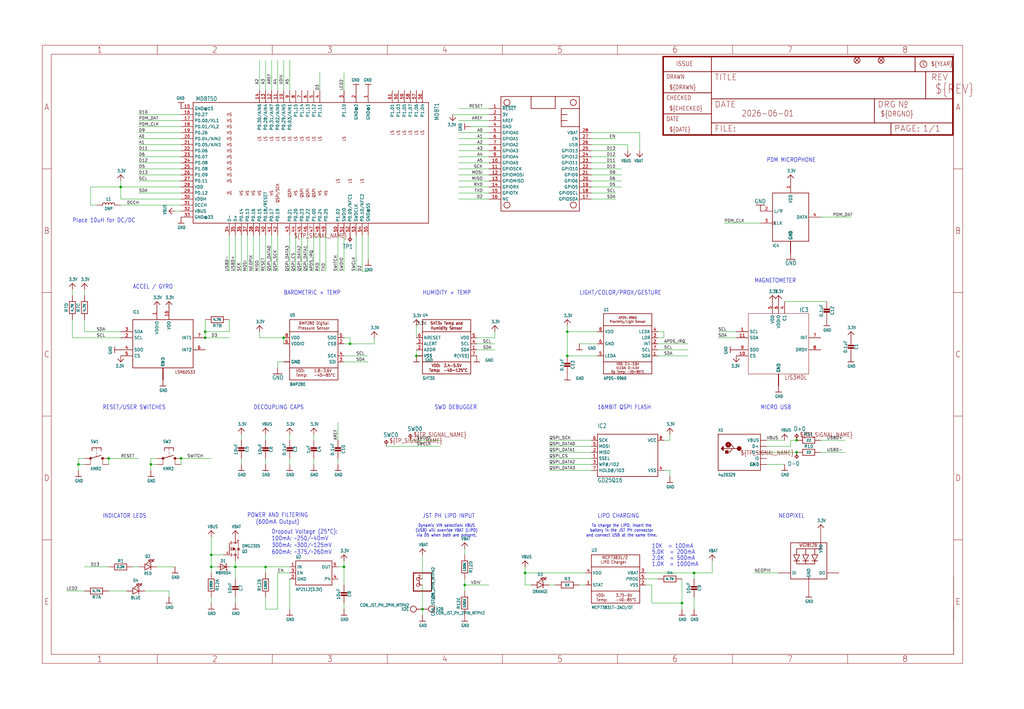
<source format=kicad_sch>
(kicad_sch (version 20230121) (generator eeschema)
  (paper "User" 430.962 298.602)
  (junction (at 144.78 238.76))
  (junction (at 88.9 238.76))
  (junction (at 177.8 256.54))
  (junction (at 195.58 246.38))
  (junction (at 50.8 78.74))
  (junction (at 76.2 193.04))
  (junction (at 86.36 142.24))
  (junction (at 238.76 149.86))
  (junction (at 220.98 241.3))
  (junction (at 292.1 241.3))
  (junction (at 45.72 193.04))
  (junction (at 99.06 238.76))
  (junction (at 287.02 254))
  (junction (at 335.28 185.42))
  (junction (at 63.5 195.58))
  (junction (at 335.28 190.5))
  (junction (at 33.02 195.58))
  (junction (at 147.32 144.78))
  (junction (at 86.36 139.7))
  (junction (at 111.76 238.76))
  (junction (at 238.76 139.7))
  (junction (at 175.26 149.86))
  (junction (at 88.9 233.68))
  (junction (at 119.38 142.24))
  (wire (pts (xy 205.74 48.26) (xy 190.5 48.26)) (stroke (width 0.1524)))
  (wire (pts (xy 195.58 243.84) (xy 195.58 246.38)) (stroke (width 0.1524)))
  (wire (pts (xy 106.68 99.06) (xy 106.68 114.3)) (stroke (width 0.1524)))
  (wire (pts (xy 248.92 187.96) (xy 231.14 187.96)) (stroke (width 0.1524)))
  (wire (pts (xy 327.66 241.3) (xy 317.5 241.3)) (stroke (width 0.1524)))
  (wire (pts (xy 271.78 246.38) (xy 274.32 246.38)) (stroke (width 0.1524)))
  (wire (pts (xy 76.2 58.42) (xy 58.42 58.42)) (stroke (width 0.1524)))
  (wire (pts (xy 121.92 238.76) (xy 111.76 238.76)) (stroke (width 0.1524)))
  (wire (pts (xy 144.78 144.78) (xy 147.32 144.78)) (stroke (width 0.1524)))
  (wire (pts (xy 142.24 99.06) (xy 142.24 114.3)) (stroke (width 0.1524)))
  (wire (pts (xy 76.2 88.9) (xy 73.66 88.9)) (stroke (width 0.1524)))
  (wire (pts (xy 147.32 142.24) (xy 147.32 144.78)) (stroke (width 0.1524)))
  (wire (pts (xy 287.02 254) (xy 287.02 256.54)) (stroke (width 0.1524)))
  (wire (pts (xy 276.86 144.78) (xy 289.56 144.78)) (stroke (width 0.1524)))
  (wire (pts (xy 345.44 91.44) (xy 358.14 91.44)) (stroke (width 0.1524)))
  (wire (pts (xy 58.42 71.12) (xy 76.2 71.12)) (stroke (width 0.1524)))
  (wire (pts (xy 332.74 185.42) (xy 335.28 185.42)) (stroke (width 0.1524)))
  (wire (pts (xy 35.56 134.62) (xy 35.56 139.7)) (stroke (width 0.1524)))
  (wire (pts (xy 144.78 254) (xy 144.78 256.54)) (stroke (width 0.1524)))
  (wire (pts (xy 76.2 66.04) (xy 58.42 66.04)) (stroke (width 0.1524)))
  (wire (pts (xy 121.92 243.84) (xy 121.92 256.54)) (stroke (width 0.1524)))
  (wire (pts (xy 76.2 83.82) (xy 50.8 83.82)) (stroke (width 0.1524)))
  (wire (pts (xy 35.56 195.58) (xy 33.02 195.58)) (stroke (width 0.1524)))
  (wire (pts (xy 50.8 139.7) (xy 35.56 139.7)) (stroke (width 0.1524)))
  (wire (pts (xy 58.42 76.2) (xy 76.2 76.2)) (stroke (width 0.1524)))
  (wire (pts (xy 111.76 185.42) (xy 111.76 182.88)) (stroke (width 0.1524)))
  (wire (pts (xy 220.98 246.38) (xy 220.98 241.3)) (stroke (width 0.1524)))
  (wire (pts (xy 355.6 185.42) (xy 345.44 185.42)) (stroke (width 0.1524)))
  (wire (pts (xy 231.14 190.5) (xy 248.92 190.5)) (stroke (width 0.1524)))
  (wire (pts (xy 175.26 147.32) (xy 175.26 149.86)) (stroke (width 0.1524)))
  (wire (pts (xy 76.2 73.66) (xy 58.42 73.66)) (stroke (width 0.1524)))
  (wire (pts (xy 91.44 238.76) (xy 88.9 238.76)) (stroke (width 0.1524)))
  (wire (pts (xy 144.78 142.24) (xy 147.32 142.24)) (stroke (width 0.1524)))
  (wire (pts (xy 144.78 99.06) (xy 144.78 114.3)) (stroke (width 0.1524)))
  (wire (pts (xy 205.74 63.5) (xy 193.04 63.5)) (stroke (width 0.1524)))
  (wire (pts (xy 152.4 99.06) (xy 152.4 114.3)) (stroke (width 0.1524)))
  (wire (pts (xy 205.74 58.42) (xy 193.04 58.42)) (stroke (width 0.1524)))
  (wire (pts (xy 220.98 238.76) (xy 220.98 241.3)) (stroke (width 0.1524)))
  (wire (pts (xy 200.66 142.24) (xy 208.28 142.24)) (stroke (width 0.1524)))
  (wire (pts (xy 259.08 66.04) (xy 248.92 66.04)) (stroke (width 0.1524)))
  (wire (pts (xy 111.76 193.04) (xy 111.76 195.58)) (stroke (width 0.1524)))
  (wire (pts (xy 114.3 114.3) (xy 114.3 99.06)) (stroke (width 0.1524)))
  (wire (pts (xy 248.92 60.96) (xy 264.16 60.96)) (stroke (width 0.1524)))
  (wire (pts (xy 292.1 241.3) (xy 271.78 241.3)) (stroke (width 0.1524)))
  (wire (pts (xy 35.56 193.04) (xy 33.02 193.04)) (stroke (width 0.1524)))
  (wire (pts (xy 76.2 86.36) (xy 50.8 86.36)) (stroke (width 0.1524)))
  (wire (pts (xy 96.52 134.62) (xy 96.52 139.7)) (stroke (width 0.1524)))
  (wire (pts (xy 116.84 114.3) (xy 116.84 99.06)) (stroke (width 0.1524)))
  (wire (pts (xy 147.32 144.78) (xy 157.48 144.78)) (stroke (width 0.1524)))
  (wire (pts (xy 198.12 53.34) (xy 205.74 53.34)) (stroke (width 0.1524)))
  (wire (pts (xy 58.42 238.76) (xy 55.88 238.76)) (stroke (width 0.1524)))
  (wire (pts (xy 119.38 152.4) (xy 116.84 152.4)) (stroke (width 0.1524)))
  (wire (pts (xy 248.92 55.88) (xy 269.24 55.88)) (stroke (width 0.1524)))
  (wire (pts (xy 279.4 185.42) (xy 281.94 185.42)) (stroke (width 0.1524)))
  (wire (pts (xy 71.12 248.92) (xy 71.12 251.46)) (stroke (width 0.1524)))
  (wire (pts (xy 177.8 259.08) (xy 177.8 256.54)) (stroke (width 0.1524)))
  (wire (pts (xy 101.6 99.06) (xy 101.6 114.3)) (stroke (width 0.1524)))
  (wire (pts (xy 287.02 243.84) (xy 287.02 254)) (stroke (width 0.1524)))
  (wire (pts (xy 99.06 238.76) (xy 111.76 238.76)) (stroke (width 0.1524)))
  (wire (pts (xy 142.24 195.58) (xy 142.24 193.04)) (stroke (width 0.1524)))
  (wire (pts (xy 101.6 185.42) (xy 101.6 182.88)) (stroke (width 0.1524)))
  (wire (pts (xy 157.48 144.78) (xy 157.48 142.24)) (stroke (width 0.1524)))
  (wire (pts (xy 223.52 246.38) (xy 220.98 246.38)) (stroke (width 0.1524)))
  (wire (pts (xy 144.78 38.1) (xy 144.78 30.48)) (stroke (width 0.1524)))
  (wire (pts (xy 88.9 241.3) (xy 88.9 238.76)) (stroke (width 0.1524)))
  (wire (pts (xy 259.08 63.5) (xy 248.92 63.5)) (stroke (width 0.1524)))
  (wire (pts (xy 195.58 246.38) (xy 205.74 246.38)) (stroke (width 0.1524)))
  (wire (pts (xy 142.24 238.76) (xy 144.78 238.76)) (stroke (width 0.1524)))
  (wire (pts (xy 114.3 38.1) (xy 114.3 25.4)) (stroke (width 0.1524)))
  (wire (pts (xy 38.1 86.36) (xy 38.1 78.74)) (stroke (width 0.1524)))
  (wire (pts (xy 132.08 193.04) (xy 132.08 195.58)) (stroke (width 0.1524)))
  (wire (pts (xy 116.84 256.54) (xy 111.76 256.54)) (stroke (width 0.1524)))
  (wire (pts (xy 119.38 144.78) (xy 119.38 142.24)) (stroke (width 0.1524)))
  (wire (pts (xy 30.48 134.62) (xy 30.48 142.24)) (stroke (width 0.1524)))
  (wire (pts (xy 274.32 254) (xy 287.02 254)) (stroke (width 0.1524)))
  (wire (pts (xy 231.14 195.58) (xy 248.92 195.58)) (stroke (width 0.1524)))
  (wire (pts (xy 119.38 142.24) (xy 109.22 142.24)) (stroke (width 0.1524)))
  (wire (pts (xy 205.74 66.04) (xy 193.04 66.04)) (stroke (width 0.1524)))
  (wire (pts (xy 96.52 139.7) (xy 86.36 139.7)) (stroke (width 0.1524)))
  (wire (pts (xy 76.2 193.04) (xy 88.9 193.04)) (stroke (width 0.1524)))
  (wire (pts (xy 111.76 38.1) (xy 111.76 25.4)) (stroke (width 0.1524)))
  (wire (pts (xy 248.92 81.28) (xy 259.08 81.28)) (stroke (width 0.1524)))
  (wire (pts (xy 320.04 93.98) (xy 304.8 93.98)) (stroke (width 0.1524)))
  (wire (pts (xy 129.54 99.06) (xy 129.54 114.3)) (stroke (width 0.1524)))
  (wire (pts (xy 121.92 114.3) (xy 121.92 99.06)) (stroke (width 0.1524)))
  (wire (pts (xy 99.06 236.22) (xy 99.06 238.76)) (stroke (width 0.1524)))
  (wire (pts (xy 76.2 78.74) (xy 50.8 78.74)) (stroke (width 0.1524)))
  (wire (pts (xy 238.76 139.7) (xy 238.76 137.16)) (stroke (width 0.1524)))
  (wire (pts (xy 76.2 193.04) (xy 76.2 195.58)) (stroke (width 0.1524)))
  (wire (pts (xy 53.34 248.92) (xy 45.72 248.92)) (stroke (width 0.1524)))
  (wire (pts (xy 322.58 190.5) (xy 335.28 190.5)) (stroke (width 0.1524)))
  (wire (pts (xy 50.8 78.74) (xy 50.8 76.2)) (stroke (width 0.1524)))
  (wire (pts (xy 86.36 142.24) (xy 96.52 142.24)) (stroke (width 0.1524)))
  (wire (pts (xy 248.92 58.42) (xy 259.08 58.42)) (stroke (width 0.1524)))
  (wire (pts (xy 261.62 76.2) (xy 248.92 76.2)) (stroke (width 0.1524)))
  (wire (pts (xy 35.56 248.92) (xy 27.94 248.92)) (stroke (width 0.1524)))
  (wire (pts (xy 205.74 83.82) (xy 193.04 83.82)) (stroke (width 0.1524)))
  (wire (pts (xy 58.42 60.96) (xy 76.2 60.96)) (stroke (width 0.1524)))
  (wire (pts (xy 162.56 187.96) (xy 185.42 187.96)) (stroke (width 0.1524)))
  (wire (pts (xy 33.02 193.04) (xy 33.02 195.58)) (stroke (width 0.1524)))
  (wire (pts (xy 121.92 241.3) (xy 116.84 241.3)) (stroke (width 0.1524)))
  (wire (pts (xy 281.94 198.12) (xy 281.94 200.66)) (stroke (width 0.1524)))
  (wire (pts (xy 45.72 238.76) (xy 35.56 238.76)) (stroke (width 0.1524)))
  (wire (pts (xy 205.74 81.28) (xy 193.04 81.28)) (stroke (width 0.1524)))
  (wire (pts (xy 238.76 149.86) (xy 238.76 139.7)) (stroke (width 0.1524)))
  (wire (pts (xy 33.02 195.58) (xy 33.02 198.12)) (stroke (width 0.1524)))
  (wire (pts (xy 38.1 78.74) (xy 50.8 78.74)) (stroke (width 0.1524)))
  (wire (pts (xy 195.58 246.38) (xy 195.58 248.92)) (stroke (width 0.1524)))
  (wire (pts (xy 124.46 114.3) (xy 124.46 99.06)) (stroke (width 0.1524)))
  (wire (pts (xy 99.06 251.46) (xy 99.06 254)) (stroke (width 0.1524)))
  (wire (pts (xy 58.42 50.8) (xy 76.2 50.8)) (stroke (width 0.1524)))
  (wire (pts (xy 40.64 86.36) (xy 38.1 86.36)) (stroke (width 0.1524)))
  (wire (pts (xy 109.22 99.06) (xy 109.22 114.3)) (stroke (width 0.1524)))
  (wire (pts (xy 251.46 149.86) (xy 238.76 149.86)) (stroke (width 0.1524)))
  (wire (pts (xy 88.9 233.68) (xy 88.9 226.06)) (stroke (width 0.1524)))
  (wire (pts (xy 121.92 185.42) (xy 121.92 182.88)) (stroke (width 0.1524)))
  (wire (pts (xy 71.12 248.92) (xy 60.96 248.92)) (stroke (width 0.1524)))
  (wire (pts (xy 35.56 124.46) (xy 35.56 121.92)) (stroke (width 0.1524)))
  (wire (pts (xy 248.92 83.82) (xy 259.08 83.82)) (stroke (width 0.1524)))
  (wire (pts (xy 96.52 238.76) (xy 99.06 238.76)) (stroke (width 0.1524)))
  (wire (pts (xy 152.4 114.3) (xy 154.94 114.3)) (stroke (width 0.1524)))
  (wire (pts (xy 111.76 241.3) (xy 111.76 238.76)) (stroke (width 0.1524)))
  (wire (pts (xy 205.74 50.8) (xy 193.04 50.8)) (stroke (width 0.1524)))
  (wire (pts (xy 66.04 193.04) (xy 63.5 193.04)) (stroke (width 0.1524)))
  (wire (pts (xy 231.14 246.38) (xy 233.68 246.38)) (stroke (width 0.1524)))
  (wire (pts (xy 109.22 142.24) (xy 109.22 139.7)) (stroke (width 0.1524)))
  (wire (pts (xy 195.58 231.14) (xy 195.58 233.68)) (stroke (width 0.1524)))
  (wire (pts (xy 154.94 109.22) (xy 154.94 99.06)) (stroke (width 0.1524)))
  (wire (pts (xy 292.1 243.84) (xy 292.1 241.3)) (stroke (width 0.1524)))
  (wire (pts (xy 292.1 241.3) (xy 299.72 241.3)) (stroke (width 0.1524)))
  (wire (pts (xy 309.88 139.7) (xy 302.26 139.7)) (stroke (width 0.1524)))
  (wire (pts (xy 264.16 60.96) (xy 264.16 63.5)) (stroke (width 0.1524)))
  (wire (pts (xy 302.26 142.24) (xy 309.88 142.24)) (stroke (width 0.1524)))
  (wire (pts (xy 30.48 142.24) (xy 50.8 142.24)) (stroke (width 0.1524)))
  (wire (pts (xy 116.84 152.4) (xy 116.84 154.94)) (stroke (width 0.1524)))
  (wire (pts (xy 121.92 193.04) (xy 121.92 195.58)) (stroke (width 0.1524)))
  (wire (pts (xy 281.94 185.42) (xy 281.94 182.88)) (stroke (width 0.1524)))
  (wire (pts (xy 76.2 55.88) (xy 58.42 55.88)) (stroke (width 0.1524)))
  (wire (pts (xy 279.4 198.12) (xy 281.94 198.12)) (stroke (width 0.1524)))
  (wire (pts (xy 63.5 193.04) (xy 63.5 195.58)) (stroke (width 0.1524)))
  (wire (pts (xy 261.62 73.66) (xy 248.92 73.66)) (stroke (width 0.1524)))
  (wire (pts (xy 142.24 185.42) (xy 142.24 177.8)) (stroke (width 0.1524)))
  (wire (pts (xy 175.26 142.24) (xy 175.26 137.16)) (stroke (width 0.1524)))
  (wire (pts (xy 200.66 144.78) (xy 208.28 144.78)) (stroke (width 0.1524)))
  (wire (pts (xy 355.6 190.5) (xy 345.44 190.5)) (stroke (width 0.1524)))
  (wire (pts (xy 45.72 193.04) (xy 45.72 195.58)) (stroke (width 0.1524)))
  (wire (pts (xy 193.04 45.72) (xy 205.74 45.72)) (stroke (width 0.1524)))
  (wire (pts (xy 251.46 144.78) (xy 243.84 144.78)) (stroke (width 0.1524)))
  (wire (pts (xy 259.08 68.58) (xy 248.92 68.58)) (stroke (width 0.1524)))
  (wire (pts (xy 279.4 139.7) (xy 279.4 142.24)) (stroke (width 0.1524)))
  (wire (pts (xy 177.8 233.68) (xy 177.8 243.84)) (stroke (width 0.1524)))
  (wire (pts (xy 30.48 121.92) (xy 30.48 124.46)) (stroke (width 0.1524)))
  (wire (pts (xy 185.42 185.42) (xy 172.72 185.42)) (stroke (width 0.1524)))
  (wire (pts (xy 121.92 38.1) (xy 121.92 25.4)) (stroke (width 0.1524)))
  (wire (pts (xy 205.74 68.58) (xy 193.04 68.58)) (stroke (width 0.1524)))
  (wire (pts (xy 231.14 198.12) (xy 248.92 198.12)) (stroke (width 0.1524)))
  (wire (pts (xy 134.62 99.06) (xy 134.62 114.3)) (stroke (width 0.1524)))
  (wire (pts (xy 289.56 147.32) (xy 276.86 147.32)) (stroke (width 0.1524)))
  (wire (pts (xy 99.06 243.84) (xy 99.06 238.76)) (stroke (width 0.1524)))
  (wire (pts (xy 208.28 142.24) (xy 208.28 139.7)) (stroke (width 0.1524)))
  (wire (pts (xy 292.1 251.46) (xy 292.1 256.54)) (stroke (width 0.1524)))
  (wire (pts (xy 76.2 48.26) (xy 58.42 48.26)) (stroke (width 0.1524)))
  (wire (pts (xy 109.22 38.1) (xy 109.22 25.4)) (stroke (width 0.1524)))
  (wire (pts (xy 116.84 38.1) (xy 116.84 25.4)) (stroke (width 0.1524)))
  (wire (pts (xy 205.74 60.96) (xy 193.04 60.96)) (stroke (width 0.1524)))
  (wire (pts (xy 332.74 187.96) (xy 332.74 185.42)) (stroke (width 0.1524)))
  (wire (pts (xy 66.04 195.58) (xy 63.5 195.58)) (stroke (width 0.1524)))
  (wire (pts (xy 93.98 233.68) (xy 88.9 233.68)) (stroke (width 0.1524)))
  (wire (pts (xy 63.5 195.58) (xy 63.5 198.12)) (stroke (width 0.1524)))
  (wire (pts (xy 220.98 241.3) (xy 246.38 241.3)) (stroke (width 0.1524)))
  (wire (pts (xy 111.76 256.54) (xy 111.76 251.46)) (stroke (width 0.1524)))
  (wire (pts (xy 76.2 81.28) (xy 58.42 81.28)) (stroke (width 0.1524)))
  (wire (pts (xy 144.78 246.38) (xy 144.78 238.76)) (stroke (width 0.1524)))
  (wire (pts (xy 200.66 147.32) (xy 208.28 147.32)) (stroke (width 0.1524)))
  (wire (pts (xy 330.2 127) (xy 347.98 127)) (stroke (width 0.1524)))
  (wire (pts (xy 76.2 53.34) (xy 58.42 53.34)) (stroke (width 0.1524)))
  (wire (pts (xy 119.38 38.1) (xy 119.38 25.4)) (stroke (width 0.1524)))
  (wire (pts (xy 86.36 139.7) (xy 86.36 142.24)) (stroke (width 0.1524)))
  (wire (pts (xy 274.32 246.38) (xy 274.32 254)) (stroke (width 0.1524)))
  (wire (pts (xy 99.06 99.06) (xy 99.06 114.3)) (stroke (width 0.1524)))
  (wire (pts (xy 137.16 99.06) (xy 137.16 114.3)) (stroke (width 0.1524)))
  (wire (pts (xy 299.72 236.22) (xy 299.72 241.3)) (stroke (width 0.1524)))
  (wire (pts (xy 248.92 78.74) (xy 261.62 78.74)) (stroke (width 0.1524)))
  (wire (pts (xy 50.8 83.82) (xy 50.8 78.74)) (stroke (width 0.1524)))
  (wire (pts (xy 149.86 99.06) (xy 149.86 114.3)) (stroke (width 0.1524)))
  (wire (pts (xy 269.24 55.88) (xy 269.24 63.5)) (stroke (width 0.1524)))
  (wire (pts (xy 76.2 63.5) (xy 58.42 63.5)) (stroke (width 0.1524)))
  (wire (pts (xy 144.78 149.86) (xy 154.94 149.86)) (stroke (width 0.1524)))
  (wire (pts (xy 276.86 139.7) (xy 279.4 139.7)) (stroke (width 0.1524)))
  (wire (pts (xy 205.74 71.12) (xy 193.04 71.12)) (stroke (width 0.1524)))
  (wire (pts (xy 205.74 55.88) (xy 193.04 55.88)) (stroke (width 0.1524)))
  (wire (pts (xy 279.4 142.24) (xy 276.86 142.24)) (stroke (width 0.1524)))
  (wire (pts (xy 132.08 185.42) (xy 132.08 182.88)) (stroke (width 0.1524)))
  (wire (pts (xy 251.46 139.7) (xy 238.76 139.7)) (stroke (width 0.1524)))
  (wire (pts (xy 271.78 243.84) (xy 276.86 243.84)) (stroke (width 0.1524)))
  (wire (pts (xy 73.66 238.76) (xy 66.04 238.76)) (stroke (width 0.1524)))
  (wire (pts (xy 322.58 187.96) (xy 332.74 187.96)) (stroke (width 0.1524)))
  (wire (pts (xy 193.04 76.2) (xy 205.74 76.2)) (stroke (width 0.1524)))
  (wire (pts (xy 116.84 241.3) (xy 116.84 256.54)) (stroke (width 0.1524)))
  (wire (pts (xy 76.2 68.58) (xy 58.42 68.58)) (stroke (width 0.1524)))
  (wire (pts (xy 330.2 185.42) (xy 322.58 185.42)) (stroke (width 0.1524)))
  (wire (pts (xy 205.74 78.74) (xy 193.04 78.74)) (stroke (width 0.1524)))
  (wire (pts (xy 134.62 38.1) (xy 134.62 30.48)) (stroke (width 0.1524)))
  (wire (pts (xy 88.9 238.76) (xy 88.9 233.68)) (stroke (width 0.1524)))
  (wire (pts (xy 96.52 114.3) (xy 96.52 99.06)) (stroke (width 0.1524)))
  (wire (pts (xy 177.8 256.54) (xy 177.8 246.38)) (stroke (width 0.1524)))
  (wire (pts (xy 243.84 246.38) (xy 246.38 246.38)) (stroke (width 0.1524)))
  (wire (pts (xy 101.6 193.04) (xy 101.6 195.58)) (stroke (width 0.1524)))
  (wire (pts (xy 132.08 99.06) (xy 132.08 114.3)) (stroke (width 0.1524)))
  (wire (pts (xy 45.72 193.04) (xy 58.42 193.04)) (stroke (width 0.1524)))
  (wire (pts (xy 88.9 254) (xy 88.9 251.46)) (stroke (width 0.1524)))
  (wire (pts (xy 231.14 193.04) (xy 248.92 193.04)) (stroke (width 0.1524)))
  (wire (pts (xy 104.14 99.06) (xy 104.14 114.3)) (stroke (width 0.1524)))
  (wire (pts (xy 127 99.06) (xy 127 114.3)) (stroke (width 0.1524)))
  (wire (pts (xy 111.76 99.06) (xy 111.76 114.3)) (stroke (width 0.1524)))
  (wire (pts (xy 193.04 73.66) (xy 205.74 73.66)) (stroke (width 0.1524)))
  (wire (pts (xy 144.78 238.76) (xy 144.78 236.22)) (stroke (width 0.1524)))
  (wire (pts (xy 289.56 149.86) (xy 276.86 149.86)) (stroke (width 0.1524)))
  (wire (pts (xy 144.78 152.4) (xy 154.94 152.4)) (stroke (width 0.1524)))
  (wire (pts (xy 261.62 71.12) (xy 248.92 71.12)) (stroke (width 0.1524)))
  (wire (pts (xy 86.36 139.7) (xy 86.36 134.62)) (stroke (width 0.1524)))
  (wire (pts (xy 322.58 195.58) (xy 330.2 195.58)) (stroke (width 0.1524)))
  (wire (pts (xy 248.92 185.42) (xy 231.14 185.42)) (stroke (width 0.1524)))
  (text "RESET/USER SWITCHES" (at 43.18 172.72 0) (effects (font (size 1.778 1.5113)) (justify left bottom)))
  (text "HUMIDITY + TEMP" (at 177.8 124.46 0) (effects (font (size 1.778 1.5113)) (justify left bottom)))
  (text "LIGHT/COLOR/PROX/GESTURE" (at 243.84 124.46 0) (effects (font (size 1.778 1.5113)) (justify left bottom)))
  (text "ACCEL / GYRO" (at 55.88 121.92 0) (effects (font (size 1.778 1.5113)) (justify left bottom)))
  (text "2.0K  = 500mA" (at 274.32 236.22 0) (effects (font (size 1.778 1.5113)) (justify left bottom)))
  (text "Place 10uH for DC/DC" (at 30.48 93.98 0) (effects (font (size 1.778 1.5113)) (justify left bottom)))
  (text "1.0K  = 1000mA" (at 274.32 238.76 0) (effects (font (size 1.778 1.5113)) (justify left bottom)))
  (text "To charge the LIPO, insert the\nbattery in the JST PH connector\nand connect USB at the same time." (at 261.62 223.52 0) (effects (font (size 1.27 1.0795))))
  (text "JST PH LIPO INPUT" (at 177.8 218.44 0) (effects (font (size 1.778 1.5113)) (justify left bottom)))
  (text "Dropout Voltage (25°C):\n100mA: ~250/~40mV\n300mA: ~300/~125mV\n600mA: ~375/~260mV" (at 114.3 233.68 0) (effects (font (size 1.778 1.5113)) (justify left bottom)))
  (text "SWD DEBUGGER" (at 182.88 172.72 0) (effects (font (size 1.778 1.5113)) (justify left bottom)))
  (text "DECOUPLING CAPS" (at 106.68 172.72 0) (effects (font (size 1.778 1.5113)) (justify left bottom)))
  (text "LIPO CHARGING" (at 251.46 218.44 0) (effects (font (size 1.778 1.5113)) (justify left bottom)))
  (text "5.0K  = 200mA" (at 274.32 233.68 0) (effects (font (size 1.778 1.5113)) (justify left bottom)))
  (text "INDICATOR LEDS" (at 43.18 218.44 0) (effects (font (size 1.778 1.5113)) (justify left bottom)))
  (text "10K  = 100mA" (at 274.32 231.14 0) (effects (font (size 1.778 1.5113)) (justify left bottom)))
  (text "PDM MICROPHONE" (at 322.58 68.58 0) (effects (font (size 1.778 1.5113)) (justify left bottom)))
  (text "BAROMETRIC + TEMP" (at 119.38 124.46 0) (effects (font (size 1.778 1.5113)) (justify left bottom)))
  (text "MAGNETOMETER" (at 317.5 119.38 0) (effects (font (size 1.778 1.5113)) (justify left bottom)))
  (text "MICRO USB" (at 320.04 172.72 0) (effects (font (size 1.778 1.5113)) (justify left bottom)))
  (text "NEOPIXEL" (at 327.66 218.44 0) (effects (font (size 1.778 1.5113)) (justify left bottom)))
  (text "POWER AND FILTERING\n(600mA Output)" (at 116.84 220.98 0) (effects (font (size 1.778 1.5113)) (justify bottom)))
  (text "Dynamic VIN selection: VBUS\n(USB) will override VBAT (LIPO)\nvia D5 when both are present." (at 187.96 223.52 0) (effects (font (size 1.27 1.0795))))
  (text "16MBIT QSPI FLASH" (at 251.46 172.72 0) (effects (font (size 1.778 1.5113)) (justify left bottom)))
  (label "SDA" (at 302.26 142.24 0) (effects (font (size 1.2446 1.2446))))
  (label "APDS_IRQ" (at 279.4 144.78 0) (effects (font (size 1.2446 1.2446))))
  (label "LED2" (at 27.94 248.92 0) (effects (font (size 1.2446 1.2446))))
  (label "MOSI" (at 203.2 73.66 180) (effects (font (size 1.2446 1.2446))))
  (label "SDA" (at 58.42 81.28 0) (effects (font (size 1.2446 1.2446))))
  (label "SCK" (at 101.6 114.3 90) (effects (font (size 1.2446 1.2446))))
  (label "SCL" (at 279.4 147.32 0) (effects (font (size 1.2446 1.2446))))
  (label "D12" (at 259.08 66.04 180) (effects (font (size 1.2446 1.2446))))
  (label "SCK" (at 203.2 71.12 180) (effects (font (size 1.2446 1.2446))))
  (label "A1" (at 203.2 58.42 180) (effects (font (size 1.2446 1.2446))))
  (label "D13" (at 259.08 63.5 180) (effects (font (size 1.2446 1.2446))))
  (label "SWCLK" (at 175.26 187.96 0) (effects (font (size 1.2446 1.2446))))
  (label "D2" (at 152.4 114.3 90) (effects (font (size 1.2446 1.2446))))
  (label "NEOPIX" (at 317.5 241.3 0) (effects (font (size 1.2446 1.2446))))
  (label "D9" (at 58.42 55.88 0) (effects (font (size 1.2446 1.2446))))
  (label "A0" (at 203.2 55.88 180) (effects (font (size 1.2446 1.2446))))
  (label "USBD-" (at 347.98 190.5 0) (effects (font (size 1.2446 1.2446))))
  (label "PDM_CLK" (at 304.8 93.98 0) (effects (font (size 1.2446 1.2446))))
  (label "A4" (at 203.2 66.04 180) (effects (font (size 1.2446 1.2446))))
  (label "SDA" (at 279.4 149.86 0) (effects (font (size 1.2446 1.2446))))
  (label "D3" (at 134.62 38.1 90) (effects (font (size 1.2446 1.2446))))
  (label "RXD" (at 134.62 114.3 90) (effects (font (size 1.2446 1.2446))))
  (label "SWDIO" (at 175.26 185.42 0) (effects (font (size 1.2446 1.2446))))
  (label "QSPI_SCK" (at 231.14 185.42 0) (effects (font (size 1.2446 1.2446))))
  (label "AREF" (at 203.2 50.8 180) (effects (font (size 1.2446 1.2446))))
  (label "AREF" (at 114.3 35.56 90) (effects (font (size 1.2446 1.2446))))
  (label "SCL" (at 302.26 139.7 0) (effects (font (size 1.2446 1.2446))))
  (label "SDA" (at 149.86 152.4 0) (effects (font (size 1.2446 1.2446))))
  (label "QSPI_CS" (at 124.46 114.3 90) (effects (font (size 1.2446 1.2446))))
  (label "USBD+" (at 99.06 114.3 90) (effects (font (size 1.2446 1.2446))))
  (label "D9" (at 259.08 73.66 180) (effects (font (size 1.2446 1.2446))))
  (label "QSPI_DATA3" (at 121.92 114.3 90) (effects (font (size 1.2446 1.2446))))
  (label "NEOPIX" (at 106.68 114.3 90) (effects (font (size 1.2446 1.2446))))
  (label "RESET" (at 203.2 45.72 180) (effects (font (size 1.2446 1.2446))))
  (label "MOSI" (at 104.14 114.3 90) (effects (font (size 1.2446 1.2446))))
  (label "SDA" (at 203.2 147.32 0) (effects (font (size 1.2446 1.2446))))
  (label "SCL" (at 58.42 76.2 0) (effects (font (size 1.2446 1.2446))))
  (label "A4" (at 116.84 35.56 90) (effects (font (size 1.2446 1.2446))))
  (label "A2" (at 203.2 60.96 180) (effects (font (size 1.2446 1.2446))))
  (label "RESET" (at 50.8 193.04 0) (effects (font (size 1.2446 1.2446))))
  (label "PDM_DAT" (at 58.42 50.8 0) (effects (font (size 1.2446 1.2446))))
  (label "A5" (at 203.2 68.58 180) (effects (font (size 1.2446 1.2446))))
  (label "SCL" (at 203.2 144.78 0) (effects (font (size 1.2446 1.2446))))
  (label "VBUS" (at 322.58 185.42 0) (effects (font (size 1.2446 1.2446))))
  (label "A1" (at 58.42 60.96 0) (effects (font (size 1.2446 1.2446))))
  (label "D3" (at 88.9 142.24 0) (effects (font (size 1.2446 1.2446))))
  (label "D6" (at 58.42 66.04 0) (effects (font (size 1.2446 1.2446))))
  (label "D5" (at 259.08 78.74 180) (effects (font (size 1.2446 1.2446))))
  (label "MISO" (at 109.22 114.3 90) (effects (font (size 1.2446 1.2446))))
  (label "TXD" (at 203.2 81.28 180) (effects (font (size 1.2446 1.2446))))
  (label "SWITCH" (at 142.24 114.3 90) (effects (font (size 1.2446 1.2446))))
  (label "D6" (at 259.08 76.2 180) (effects (font (size 1.2446 1.2446))))
  (label "LED2" (at 144.78 38.1 90) (effects (font (size 1.2446 1.2446))))
  (label "QSPI_DATA0" (at 114.3 114.3 90) (effects (font (size 1.2446 1.2446))))
  (label "EN" (at 116.84 241.3 0) (effects (font (size 1.2446 1.2446))))
  (label "SDA" (at 40.64 139.7 0) (effects (font (size 1.2446 1.2446))))
  (label "A3" (at 203.2 63.5 180) (effects (font (size 1.2446 1.2446))))
  (label "3.3V" (at 175.26 137.16 0) (effects (font (size 1.2446 1.2446))))
  (label "QSPI_DATA2" (at 127 114.3 90) (effects (font (size 1.2446 1.2446))))
  (label "EN" (at 259.08 58.42 180) (effects (font (size 1.2446 1.2446))))
  (label "SWCLK" (at 149.86 114.3 90) (effects (font (size 1.2446 1.2446))))
  (label "VDIV" (at 119.38 35.56 90) (effects (font (size 1.2446 1.2446))))
  (label "USBD+" (at 347.98 185.42 0) (effects (font (size 1.2446 1.2446))))
  (label "SCL" (at 259.08 81.28 180) (effects (font (size 1.2446 1.2446))))
  (label "SWITCH" (at 78.74 193.04 0) (effects (font (size 1.2446 1.2446))))
  (label "A5" (at 121.92 35.56 90) (effects (font (size 1.2446 1.2446))))
  (label "D5" (at 58.42 71.12 0) (effects (font (size 1.2446 1.2446))))
  (label "QSPI_DATA0" (at 231.14 187.96 0) (effects (font (size 1.2446 1.2446))))
  (label "D11" (at 58.42 63.5 0) (effects (font (size 1.2446 1.2446))))
  (label "A2" (at 109.22 35.56 90) (effects (font (size 1.2446 1.2446))))
  (label "D10" (at 259.08 71.12 180) (effects (font (size 1.2446 1.2446))))
  (label "D12" (at 58.42 68.58 0) (effects (font (size 1.2446 1.2446))))
  (label "APDS_IRQ" (at 132.08 114.3 90) (effects (font (size 1.2446 1.2446))))
  (label "QSPI_DATA1" (at 231.14 190.5 0) (effects (font (size 1.2446 1.2446))))
  (label "QSPI_DATA3" (at 231.14 198.12 0) (effects (font (size 1.2446 1.2446))))
  (label "SCL" (at 40.64 142.24 0) (effects (font (size 1.2446 1.2446))))
  (label "DCCH" (at 53.34 86.36 0) (effects (font (size 1.2446 1.2446))))
  (label "QSPI_DATA1" (at 129.54 114.3 90) (effects (font (size 1.2446 1.2446))))
  (label "PDM_DAT" (at 350.52 91.44 0) (effects (font (size 1.2446 1.2446))))
  (label "TXD" (at 137.16 114.3 90) (effects (font (size 1.2446 1.2446))))
  (label "QSPI_DATA2" (at 231.14 195.58 0) (effects (font (size 1.2446 1.2446))))
  (label "USBD-" (at 96.52 114.3 90) (effects (font (size 1.2446 1.2446))))
  (label "PDM_CLK" (at 58.42 53.34 0) (effects (font (size 1.2446 1.2446))))
  (label "D11" (at 259.08 68.58 180) (effects (font (size 1.2446 1.2446))))
  (label "AREF" (at 142.24 185.42 90) (effects (font (size 1.2446 1.2446))))
  (label "A0" (at 58.42 58.42 0) (effects (font (size 1.2446 1.2446))))
  (label "A3" (at 111.76 35.56 90) (effects (font (size 1.2446 1.2446))))
  (label "VDIV" (at 198.12 246.38 0) (effects (font (size 1.2446 1.2446))))
  (label "D13" (at 38.1 238.76 0) (effects (font (size 1.2446 1.2446))))
  (label "SCL" (at 149.86 149.86 0) (effects (font (size 1.2446 1.2446))))
  (label "QSPI_SCK" (at 116.84 114.3 90) (effects (font (size 1.2446 1.2446))))
  (label "D10" (at 58.42 48.26 0) (effects (font (size 1.2446 1.2446))))
  (label "D2" (at 203.2 83.82 180) (effects (font (size 1.2446 1.2446))))
  (label "RESET" (at 111.76 114.3 90) (effects (font (size 1.2446 1.2446))))
  (label "SDA" (at 259.08 83.82 180) (effects (font (size 1.2446 1.2446))))
  (label "QSPI_CS" (at 231.14 193.04 0) (effects (font (size 1.2446 1.2446))))
  (label "D13" (at 58.42 73.66 0) (effects (font (size 1.2446 1.2446))))
  (label "RXD" (at 203.2 78.74 180) (effects (font (size 1.2446 1.2446))))
  (label "SWDIO" (at 144.78 114.3 90) (effects (font (size 1.2446 1.2446))))
  (label "MISO" (at 203.2 76.2 180) (effects (font (size 1.2446 1.2446))))
  (symbol (lib_id "working-eagle-import:FEATHERWING_NODIM") (at 210.82 40.64 270) (unit 1)
    (property "Reference" "MS1" (effects hide))
    (property "Value" "FEATHERWING_NODIM" (effects hide))
    (property "Footprint" "working:FEATHERWING_NODIM" (effects hide))
  )
  (symbol (lib_id "working-eagle-import:3.3V") (at 101.6 180.34 0) (unit 1)
    (property "Reference" "#U$22" (effects hide))
    (property "Value" "3.3V" (at 100.076 179.324 0) (effects (font (size 1.27 1.0795)) (justify left bottom)))
  )
  (symbol (lib_id "working-eagle-import:TPTP10R") (at 335.28 193.04 180) (unit 1)
    (property "Reference" "D-0" (at 336.55 194.31 0) (effects (font (size 1.778 1.5113)) (justify left bottom)))
    (property "Value" "TPTP10R" (effects hide))
    (property "Footprint" "working:TP10R" (effects hide))
  )
  (symbol (lib_id "working-eagle-import:GND") (at 121.92 198.12 0) (unit 1)
    (property "Reference" "#U$34" (effects hide))
    (property "Value" "GND" (at 120.396 200.66 0) (effects (font (size 1.27 1.0795)) (justify left bottom)))
  )
  (symbol (lib_id "working-eagle-import:CAP_CERAMIC0603_NO") (at 347.98 129.54 180) (unit 1)
    (property "Reference" "C12" (at 350.27 130.79 90))
    (property "Value" "0.1uF" (at 345.68 130.79 90))
    (property "Footprint" "working:0603-NO" (effects hide))
  )
  (symbol (lib_id "working-eagle-import:VREG_SOT23-5") (at 132.08 241.3 0) (unit 1)
    (property "Reference" "U2" (at 124.46 235.204 0) (effects (font (size 1.27 1.0795)) (justify left bottom)))
    (property "Value" "AP2112(3.3V)" (at 124.46 248.92 0) (effects (font (size 1.27 1.0795)) (justify left bottom)))
    (property "Footprint" "working:SOT23-5" (effects hide))
  )
  (symbol (lib_id "working-eagle-import:LED0805_NOOUTLINE") (at 63.5 238.76 0) (unit 1)
    (property "Reference" "D2" (at 62.23 234.315 0) (effects (font (size 1.27 1.0795))))
    (property "Value" "RED" (at 62.23 241.554 0) (effects (font (size 1.27 1.0795))))
    (property "Footprint" "working:CHIPLED_0805_NOOUTLINE" (effects hide))
  )
  (symbol (lib_id "working-eagle-import:TPTP10R") (at 335.28 182.88 0) (unit 1)
    (property "Reference" "D+0" (at 334.01 181.61 0) (effects (font (size 1.778 1.5113)) (justify left bottom)))
    (property "Value" "TPTP10R" (effects hide))
    (property "Footprint" "working:TP10R" (effects hide))
  )
  (symbol (lib_id "working-eagle-import:MCP73831/2") (at 259.08 243.84 0) (unit 1)
    (property "Reference" "U3" (at 248.92 232.41 0) (effects (font (size 1.27 1.0795)) (justify left bottom)))
    (property "Value" "MCP73831T-2ACI/OT" (at 248.92 256.54 0) (effects (font (size 1.27 1.0795)) (justify left bottom)))
    (property "Footprint" "working:SOT23-5" (effects hide))
  )
  (symbol (lib_id "working-eagle-import:RESISTOR_0603_NOOUT") (at 340.36 190.5 0) (unit 1)
    (property "Reference" "R10" (at 340.36 187.96 0))
    (property "Value" "22" (at 340.36 190.5 0) (effects (font (size 1.016 1.016) bold)))
    (property "Footprint" "working:0603-NO" (effects hide))
  )
  (symbol (lib_id "working-eagle-import:3.3V") (at 175.26 134.62 0) (unit 1)
    (property "Reference" "#U$17" (effects hide))
    (property "Value" "3.3V" (at 173.736 133.604 0) (effects (font (size 1.27 1.0795)) (justify left bottom)))
  )
  (symbol (lib_id "working-eagle-import:3.3V") (at 144.78 233.68 0) (unit 1)
    (property "Reference" "#U$11" (effects hide))
    (property "Value" "3.3V" (at 143.256 232.664 0) (effects (font (size 1.27 1.0795)) (justify left bottom)))
  )
  (symbol (lib_id "working-eagle-import:RESISTOR_0603_NOOUT") (at 281.94 243.84 0) (unit 1)
    (property "Reference" "R4" (at 281.94 241.3 0))
    (property "Value" "4.7K" (at 281.94 243.84 0) (effects (font (size 1.016 1.016) bold)))
    (property "Footprint" "working:0603-NO" (effects hide))
  )
  (symbol (lib_id "working-eagle-import:GND") (at 132.08 198.12 0) (unit 1)
    (property "Reference" "#U$31" (effects hide))
    (property "Value" "GND" (at 130.556 200.66 0) (effects (font (size 1.27 1.0795)) (justify left bottom)))
  )
  (symbol (lib_id "working-eagle-import:WS2812B3535") (at 340.36 238.76 0) (unit 1)
    (property "Reference" "LED1" (effects hide))
    (property "Value" "WS2812B3535" (effects hide))
    (property "Footprint" "working:LED3535" (effects hide))
  )
  (symbol (lib_id "working-eagle-import:MOSFET-P") (at 99.06 231.14 0) (mirror x) (unit 1)
    (property "Reference" "Q3" (at 101.854 231.521 0) (effects (font (size 1.27 1.0795)) (justify left bottom)))
    (property "Value" "DMG2305" (at 101.854 229.235 0) (effects (font (size 1.27 1.0795)) (justify left bottom)))
    (property "Footprint" "working:SOT23-R" (effects hide))
  )
  (symbol (lib_id "working-eagle-import:LED0805_NOOUTLINE") (at 228.6 246.38 0) (unit 1)
    (property "Reference" "D3" (at 227.33 241.935 0) (effects (font (size 1.27 1.0795))))
    (property "Value" "ORANGE" (at 227.33 249.174 0) (effects (font (size 1.27 1.0795))))
    (property "Footprint" "working:CHIPLED_0805_NOOUTLINE" (effects hide))
  )
  (symbol (lib_id "working-eagle-import:RESISTOR_0603_NOOUT") (at 238.76 246.38 0) (unit 1)
    (property "Reference" "R3" (at 238.76 243.84 0))
    (property "Value" "1K" (at 238.76 246.38 0) (effects (font (size 1.016 1.016) bold)))
    (property "Footprint" "working:0603-NO" (effects hide))
  )
  (symbol (lib_id "working-eagle-import:CAP_CERAMIC0603_NO") (at 358.14 144.78 180) (unit 1)
    (property "Reference" "C1" (at 360.43 146.03 90))
    (property "Value" "0.1uF" (at 355.84 146.03 90))
    (property "Footprint" "working:0603-NO" (effects hide))
  )
  (symbol (lib_id "working-eagle-import:3.3V") (at 345.44 220.98 0) (unit 1)
    (property "Reference" "#U$59" (effects hide))
    (property "Value" "3.3V" (at 343.916 219.964 0) (effects (font (size 1.27 1.0795)) (justify left bottom)))
  )
  (symbol (lib_id "working-eagle-import:CON_JST_PH_2PIN_MTPH2") (at 177.8 256.54 270) (unit 2)
    (property "Reference" "X2" (at 183.388 256.54 90) (effects (font (size 1.27 1.0795)) (justify left)))
    (property "Value" "CON_JST_PH_2PIN_MTPH2" (at 183.388 258.191 90) (effects (font (size 1.27 1.0795)) (justify left)))
    (property "Footprint" "working:JSTPH2" (effects hide))
  )
  (symbol (lib_id "working-eagle-import:VBUS") (at 71.12 88.9 90) (unit 1)
    (property "Reference" "#U$23" (effects hide))
    (property "Value" "VBUS" (at 70.104 90.424 0) (effects (font (size 1.27 1.0795)) (justify left bottom)))
  )
  (symbol (lib_id "working-eagle-import:VBUS") (at 264.16 66.04 180) (unit 1)
    (property "Reference" "#U$40" (effects hide))
    (property "Value" "VBUS" (at 265.684 67.056 0) (effects (font (size 1.27 1.0795)) (justify left bottom)))
  )
  (symbol (lib_id "working-eagle-import:CON_JST_PH_2PIN_MTPH2") (at 175.26 243.84 180) (unit 1)
    (property "Reference" "X2" (at 181.61 249.555 90) (effects (font (size 1.27 1.0795)) (justify left bottom)))
    (property "Value" "CON_JST_PH_2PIN_MTPH2" (at 181.61 238.76 90) (effects (font (size 1.27 1.0795)) (justify left bottom)))
    (property "Footprint" "working:JSTPH2" (effects hide))
  )
  (symbol (lib_id "working-eagle-import:CAP_CERAMIC0603_NO") (at 132.08 187.96 180) (unit 1)
    (property "Reference" "C4" (at 134.37 189.21 90))
    (property "Value" "1uF" (at 129.78 189.21 90))
    (property "Footprint" "working:0603-NO" (effects hide))
  )
  (symbol (lib_id "working-eagle-import:RESISTOR_4PACK") (at 111.76 246.38 90) (unit 2)
    (property "Reference" "R12" (at 109.22 246.38 0))
    (property "Value" "100K" (at 111.76 246.38 0) (effects (font (size 1.016 1.016) bold)))
    (property "Footprint" "working:RESPACK_4X0603" (effects hide))
  )
  (symbol (lib_id "working-eagle-import:GND") (at 195.58 53.34 270) (unit 1)
    (property "Reference" "#U$24" (effects hide))
    (property "Value" "GND" (at 193.04 51.816 0) (effects (font (size 1.27 1.0795)) (justify left bottom)))
  )
  (symbol (lib_id "working-eagle-import:3.3V") (at 157.48 139.7 0) (unit 1)
    (property "Reference" "#U$72" (effects hide))
    (property "Value" "3.3V" (at 155.956 138.684 0) (effects (font (size 1.27 1.0795)) (justify left bottom)))
  )
  (symbol (lib_id "working-eagle-import:GND") (at 287.02 259.08 0) (unit 1)
    (property "Reference" "#U$36" (effects hide))
    (property "Value" "GND" (at 285.496 261.62 0) (effects (font (size 1.27 1.0795)) (justify left bottom)))
  )
  (symbol (lib_id "working-eagle-import:GND") (at 76.2 93.98 0) (unit 1)
    (property "Reference" "#U$48" (effects hide))
    (property "Value" "GND" (at 74.676 96.52 0) (effects (font (size 1.27 1.0795)) (justify left bottom)))
  )
  (symbol (lib_id "working-eagle-import:LIS3MDL") (at 327.66 144.78 0) (unit 1)
    (property "Reference" "IC3" (at 340.36 129.54 0) (effects (font (size 1.778 1.5113)) (justify right top)))
    (property "Value" "LIS3MDL" (effects hide))
    (property "Footprint" "working:LGA12_2X2MM" (effects hide))
  )
  (symbol (lib_id "working-eagle-import:GND") (at 149.86 35.56 180) (unit 1)
    (property "Reference" "#U$51" (effects hide))
    (property "Value" "GND" (at 151.384 33.02 0) (effects (font (size 1.27 1.0795)) (justify left bottom)))
  )
  (symbol (lib_id "working-eagle-import:VBAT") (at 269.24 66.04 180) (unit 1)
    (property "Reference" "#U$26" (effects hide))
    (property "Value" "VBAT" (at 270.764 67.056 0) (effects (font (size 1.27 1.0795)) (justify left bottom)))
  )
  (symbol (lib_id "working-eagle-import:3.3V") (at 238.76 134.62 0) (unit 1)
    (property "Reference" "#U$62" (effects hide))
    (property "Value" "3.3V" (at 237.236 133.604 0) (effects (font (size 1.27 1.0795)) (justify left bottom)))
  )
  (symbol (lib_id "working-eagle-import:3.3V") (at 66.04 127 0) (unit 1)
    (property "Reference" "#U$16" (effects hide))
    (property "Value" "3.3V" (at 64.516 125.984 0) (effects (font (size 1.27 1.0795)) (justify left bottom)))
  )
  (symbol (lib_id "working-eagle-import:RESISTOR_4PACK") (at 91.44 134.62 180) (unit 2)
    (property "Reference" "R7" (at 91.44 137.16 0))
    (property "Value" "4.7K" (at 91.44 134.62 0) (effects (font (size 1.016 1.016) bold)))
    (property "Footprint" "working:RESPACK_4X0603" (effects hide))
  )
  (symbol (lib_id "working-eagle-import:CAP_CERAMIC0805-NOOUTLINE") (at 144.78 248.92 180) (unit 1)
    (property "Reference" "C8" (at 147.07 250.17 90))
    (property "Value" "10uF" (at 142.48 250.17 90))
    (property "Footprint" "working:0805-NO" (effects hide))
  )
  (symbol (lib_id "working-eagle-import:GND") (at 71.12 254 0) (unit 1)
    (property "Reference" "#U$46" (effects hide))
    (property "Value" "GND" (at 69.596 256.54 0) (effects (font (size 1.27 1.0795)) (justify left bottom)))
  )
  (symbol (lib_id "working-eagle-import:GND") (at 144.78 259.08 0) (unit 1)
    (property "Reference" "#U$5" (effects hide))
    (property "Value" "GND" (at 143.256 261.62 0) (effects (font (size 1.27 1.0795)) (justify left bottom)))
  )
  (symbol (lib_id "working-eagle-import:APDS-9960") (at 264.16 144.78 0) (unit 1)
    (property "Reference" "U1" (at 254 131.064 0) (effects (font (size 1.27 1.0795)) (justify left bottom)))
    (property "Value" "APDS-9960" (at 254 160.02 0) (effects (font (size 1.27 1.0795)) (justify left bottom)))
    (property "Footprint" "working:APDS-9960" (effects hide))
  )
  (symbol (lib_id "working-eagle-import:GND") (at 358.14 152.4 0) (unit 1)
    (property "Reference" "#U$73" (effects hide))
    (property "Value" "GND" (at 356.616 154.94 0) (effects (font (size 1.27 1.0795)) (justify left bottom)))
  )
  (symbol (lib_id "working-eagle-import:GND") (at 307.34 147.32 270) (unit 1)
    (property "Reference" "#U$50" (effects hide))
    (property "Value" "GND" (at 304.8 145.796 0) (effects (font (size 1.27 1.0795)) (justify left bottom)))
  )
  (symbol (lib_id "working-eagle-import:GND") (at 238.76 160.02 0) (unit 1)
    (property "Reference" "#U$64" (effects hide))
    (property "Value" "GND" (at 242.316 160.02 0) (effects (font (size 1.27 1.0795)) (justify left bottom)))
  )
  (symbol (lib_id "working-eagle-import:3.3V") (at 109.22 137.16 0) (unit 1)
    (property "Reference" "#U$71" (effects hide))
    (property "Value" "3.3V" (at 107.696 136.144 0) (effects (font (size 1.27 1.0795)) (justify left bottom)))
  )
  (symbol (lib_id "working-eagle-import:GND") (at 63.5 200.66 0) (unit 1)
    (property "Reference" "#U$8" (effects hide))
    (property "Value" "GND" (at 61.976 203.2 0) (effects (font (size 1.27 1.0795)) (justify left bottom)))
  )
  (symbol (lib_id "working-eagle-import:GND") (at 142.24 198.12 0) (unit 1)
    (property "Reference" "#U$9" (effects hide))
    (property "Value" "GND" (at 140.716 200.66 0) (effects (font (size 1.27 1.0795)) (justify left bottom)))
  )
  (symbol (lib_id "working-eagle-import:CAP_CERAMIC0603_NO") (at 142.24 187.96 180) (unit 1)
    (property "Reference" "C10" (at 144.53 189.21 90))
    (property "Value" "0.1uF" (at 139.94 189.21 90))
    (property "Footprint" "working:0603-NO" (effects hide))
  )
  (symbol (lib_id "working-eagle-import:VBAT") (at 299.72 233.68 0) (unit 1)
    (property "Reference" "#U$3" (effects hide))
    (property "Value" "VBAT" (at 298.196 232.664 0) (effects (font (size 1.27 1.0795)) (justify left bottom)))
  )
  (symbol (lib_id "working-eagle-import:SWITCH_TACT_SMT4.6X2.8") (at 71.12 193.04 0) (unit 1)
    (property "Reference" "SW2" (at 68.58 186.69 0) (effects (font (size 1.27 1.0795)) (justify left bottom)))
    (property "Value" "KMR2" (at 68.58 198.12 0) (effects (font (size 1.27 1.0795)) (justify left bottom)))
    (property "Footprint" "working:BTN_KMR2_4.6X2.8" (effects hide))
  )
  (symbol (lib_id "working-eagle-import:GND") (at 281.94 203.2 0) (unit 1)
    (property "Reference" "#U$56" (effects hide))
    (property "Value" "GND" (at 280.416 205.74 0) (effects (font (size 1.27 1.0795)) (justify left bottom)))
  )
  (symbol (lib_id "working-eagle-import:supply1_GND") (at 320.04 86.36 0) (mirror x) (unit 1)
    (property "Reference" "#GND6" (effects hide))
    (property "Value" "GND" (at 317.5 83.82 0) (effects (font (size 1.778 1.5113)) (justify left bottom)))
  )
  (symbol (lib_id "working-eagle-import:GND") (at 88.9 256.54 0) (unit 1)
    (property "Reference" "#U$44" (effects hide))
    (property "Value" "GND" (at 87.376 259.08 0) (effects (font (size 1.27 1.0795)) (justify left bottom)))
  )
  (symbol (lib_id "working-eagle-import:SPIFLASH_8PINUX") (at 264.16 193.04 0) (unit 1)
    (property "Reference" "IC2" (at 251.46 180.34 0) (effects (font (size 1.778 1.5113)) (justify left bottom)))
    (property "Value" "GD25Q16" (at 251.46 203.2 0) (effects (font (size 1.778 1.5113)) (justify left bottom)))
    (property "Footprint" "working:USON8" (effects hide))
  )
  (symbol (lib_id "working-eagle-import:3.3V") (at 325.12 124.46 0) (unit 1)
    (property "Reference" "#U$27" (effects hide))
    (property "Value" "3.3V" (at 323.596 123.444 0) (effects (font (size 1.27 1.0795)) (justify left bottom)))
  )
  (symbol (lib_id "working-eagle-import:GND") (at 195.58 261.62 0) (unit 1)
    (property "Reference" "#U$57" (effects hide))
    (property "Value" "GND" (at 194.056 264.16 0) (effects (font (size 1.27 1.0795)) (justify left bottom)))
  )
  (symbol (lib_id "working-eagle-import:GND") (at 33.02 200.66 0) (unit 1)
    (property "Reference" "#U$2" (effects hide))
    (property "Value" "GND" (at 31.496 203.2 0) (effects (font (size 1.27 1.0795)) (justify left bottom)))
  )
  (symbol (lib_id "working-eagle-import:TPTP12R") (at 162.56 185.42 0) (unit 1)
    (property "Reference" "SWC0" (at 161.29 184.15 0) (effects (font (size 1.778 1.5113)) (justify left bottom)))
    (property "Value" "TPTP12R" (effects hide))
    (property "Footprint" "working:TP12R" (effects hide))
  )
  (symbol (lib_id "working-eagle-import:CAP_CERAMIC0603_NO") (at 238.76 152.4 180) (unit 1)
    (property "Reference" "C13" (at 241.05 153.65 90))
    (property "Value" "0.1uF" (at 236.46 153.65 90))
    (property "Footprint" "working:0603-NO" (effects hide))
  )
  (symbol (lib_id "working-eagle-import:GND") (at 177.8 261.62 0) (unit 1)
    (property "Reference" "#U$7" (effects hide))
    (property "Value" "GND" (at 176.276 264.16 0) (effects (font (size 1.27 1.0795)) (justify left bottom)))
  )
  (symbol (lib_id "working-eagle-import:3.3V") (at 132.08 180.34 0) (unit 1)
    (property "Reference" "#U$35" (effects hide))
    (property "Value" "3.3V" (at 130.556 179.324 0) (effects (font (size 1.27 1.0795)) (justify left bottom)))
  )
  (symbol (lib_id "working-eagle-import:GND") (at 99.06 256.54 0) (unit 1)
    (property "Reference" "#U$4" (effects hide))
    (property "Value" "GND" (at 97.536 259.08 0) (effects (font (size 1.27 1.0795)) (justify left bottom)))
  )
  (symbol (lib_id "working-eagle-import:CAP_CERAMIC0805-NOOUTLINE") (at 111.76 187.96 180) (unit 1)
    (property "Reference" "C6" (at 114.05 189.21 90))
    (property "Value" "10uF" (at 109.46 189.21 90))
    (property "Footprint" "working:0805-NO" (effects hide))
  )
  (symbol (lib_id "working-eagle-import:GND") (at 330.2 198.12 0) (unit 1)
    (property "Reference" "#U$19" (effects hide))
    (property "Value" "GND" (at 328.676 200.66 0) (effects (font (size 1.27 1.0795)) (justify left bottom)))
  )
  (symbol (lib_id "working-eagle-import:GND") (at 76.2 43.18 180) (unit 1)
    (property "Reference" "#U$49" (effects hide))
    (property "Value" "GND" (at 77.724 40.64 0) (effects (font (size 1.27 1.0795)) (justify left bottom)))
  )
  (symbol (lib_id "working-eagle-import:FRAME_A3") (at 279.4 58.42 0) (unit 3)
    (property "Reference" "#FRAME1" (effects hide))
    (property "Value" "FRAME_A3" (effects hide))
  )
  (symbol (lib_id "working-eagle-import:VBAT") (at 177.8 231.14 0) (unit 1)
    (property "Reference" "#U$6" (effects hide))
    (property "Value" "VBAT" (at 176.276 230.124 0) (effects (font (size 1.27 1.0795)) (justify left bottom)))
  )
  (symbol (lib_id "working-eagle-import:INDUCTOR_0805MP") (at 45.72 86.36 0) (unit 1)
    (property "Reference" "L1" (at 45.72 83.82 0) (effects (font (size 1.27 1.0795))))
    (property "Value" "DNP" (at 45.72 87.9 0) (effects (font (size 1.27 1.0795))))
    (property "Footprint" "working:_0805MP" (effects hide))
  )
  (symbol (lib_id "working-eagle-import:GND") (at 48.26 147.32 270) (unit 1)
    (property "Reference" "#U$52" (effects hide))
    (property "Value" "GND" (at 45.72 145.796 0) (effects (font (size 1.27 1.0795)) (justify left bottom)))
  )
  (symbol (lib_id "working-eagle-import:GND") (at 111.76 198.12 0) (unit 1)
    (property "Reference" "#U$25" (effects hide))
    (property "Value" "GND" (at 110.236 200.66 0) (effects (font (size 1.27 1.0795)) (justify left bottom)))
  )
  (symbol (lib_id "working-eagle-import:FRAME_A3") (at 17.78 279.4 0) (unit 1)
    (property "Reference" "#FRAME1" (effects hide))
    (property "Value" "FRAME_A3" (effects hide))
  )
  (symbol (lib_id "working-eagle-import:LED0603_NOOUTLINE") (at 58.42 248.92 0) (unit 1)
    (property "Reference" "D4" (at 57.15 244.475 0) (effects (font (size 1.27 1.0795))))
    (property "Value" "BLUE" (at 57.15 251.714 0) (effects (font (size 1.27 1.0795))))
    (property "Footprint" "working:CHIPLED_0603_NOOUTLINE" (effects hide))
  )
  (symbol (lib_id "working-eagle-import:CAP_CERAMIC0805-NOOUTLINE") (at 292.1 246.38 180) (unit 1)
    (property "Reference" "C9" (at 294.39 247.63 90))
    (property "Value" "10uF" (at 289.8 247.63 90))
    (property "Footprint" "working:0805-NO" (effects hide))
  )
  (symbol (lib_id "working-eagle-import:RESISTOR_4PACK") (at 30.48 129.54 90) (unit 4)
    (property "Reference" "R7" (at 27.94 129.54 0))
    (property "Value" "4.7K" (at 30.48 129.54 0) (effects (font (size 1.016 1.016) bold)))
    (property "Footprint" "working:RESPACK_4X0603" (effects hide))
  )
  (symbol (lib_id "working-eagle-import:RESISTOR_0603_NOOUT") (at 50.8 238.76 0) (unit 1)
    (property "Reference" "R1" (at 50.8 236.22 0))
    (property "Value" "2.2K" (at 50.8 238.76 0) (effects (font (size 1.016 1.016) bold)))
    (property "Footprint" "working:0603-NO" (effects hide))
  )
  (symbol (lib_id "working-eagle-import:3.3V") (at 208.28 137.16 0) (unit 1)
    (property "Reference" "#U$67" (effects hide))
    (property "Value" "3.3V" (at 206.756 136.144 0) (effects (font (size 1.27 1.0795)) (justify left bottom)))
  )
  (symbol (lib_id "working-eagle-import:RESISTOR_4PACK") (at 35.56 129.54 90) (unit 3)
    (property "Reference" "R7" (at 33.02 129.54 0))
    (property "Value" "4.7K" (at 35.56 129.54 0) (effects (font (size 1.016 1.016) bold)))
    (property "Footprint" "working:RESPACK_4X0603" (effects hide))
  )
  (symbol (lib_id "working-eagle-import:3.3V") (at 190.5 50.8 180) (unit 1)
    (property "Reference" "#U$20" (effects hide))
    (property "Value" "3.3V" (at 192.024 51.816 0) (effects (font (size 1.27 1.0795)) (justify left bottom)))
  )
  (symbol (lib_id "working-eagle-import:GND") (at 292.1 259.08 0) (unit 1)
    (property "Reference" "#U$33" (effects hide))
    (property "Value" "GND" (at 290.576 261.62 0) (effects (font (size 1.27 1.0795)) (justify left bottom)))
  )
  (symbol (lib_id "working-eagle-import:CAP_CERAMIC0603_NO") (at 121.92 187.96 180) (unit 1)
    (property "Reference" "C3" (at 124.21 189.21 90))
    (property "Value" "0.1uF" (at 119.62 189.21 90))
    (property "Footprint" "working:0603-NO" (effects hide))
  )
  (symbol (lib_id "working-eagle-import:TPTP12R") (at 172.72 182.88 0) (unit 1)
    (property "Reference" "SWD0" (at 171.45 181.61 0) (effects (font (size 1.778 1.5113)) (justify left bottom)))
    (property "Value" "TPTP12R" (effects hide))
    (property "Footprint" "working:TP12R" (effects hide))
  )
  (symbol (lib_id "working-eagle-import:GND") (at 121.92 259.08 0) (unit 1)
    (property "Reference" "#U$30" (effects hide))
    (property "Value" "GND" (at 120.396 261.62 0) (effects (font (size 1.27 1.0795)) (justify left bottom)))
  )
  (symbol (lib_id "working-eagle-import:3.3V") (at 35.56 119.38 0) (unit 1)
    (property "Reference" "#U$65" (effects hide))
    (property "Value" "3.3V" (at 34.036 118.364 0) (effects (font (size 1.27 1.0795)) (justify left bottom)))
  )
  (symbol (lib_id "working-eagle-import:3.3V") (at 281.94 180.34 0) (unit 1)
    (property "Reference" "#U$55" (effects hide))
    (property "Value" "3.3V" (at 280.416 179.324 0) (effects (font (size 1.27 1.0795)) (justify left bottom)))
  )
  (symbol (lib_id "working-eagle-import:VBUS") (at 111.76 180.34 0) (unit 1)
    (property "Reference" "#U$29" (effects hide))
    (property "Value" "VBUS" (at 110.236 179.324 0) (effects (font (size 1.27 1.0795)) (justify left bottom)))
  )
  (symbol (lib_id "working-eagle-import:GND") (at 73.66 241.3 0) (unit 1)
    (property "Reference" "#U$15" (effects hide))
    (property "Value" "GND" (at 72.136 243.84 0) (effects (font (size 1.27 1.0795)) (justify left bottom)))
  )
  (symbol (lib_id "working-eagle-import:USB_MICRO_20329_V2") (at 312.42 190.5 0) (unit 1)
    (property "Reference" "X1" (at 302.26 181.864 0) (effects (font (size 1.27 1.0795)) (justify left bottom)))
    (property "Value" "4u20329" (at 302.26 200.66 0) (effects (font (size 1.27 1.0795)) (justify left bottom)))
    (property "Footprint" "working:4UCONN_20329_V2" (effects hide))
  )
  (symbol (lib_id "working-eagle-import:RESISTOR_4PACK") (at 195.58 254 90) (unit 3)
    (property "Reference" "R12" (at 193.04 254 0))
    (property "Value" "100K" (at 195.58 254 0) (effects (font (size 1.016 1.016) bold)))
    (property "Footprint" "working:RESPACK_4X0603" (effects hide))
  )
  (symbol (lib_id "working-eagle-import:3.3V") (at 358.14 139.7 0) (unit 1)
    (property "Reference" "#U$74" (effects hide))
    (property "Value" "3.3V" (at 356.616 138.684 0) (effects (font (size 1.27 1.0795)) (justify left bottom)))
  )
  (symbol (lib_id "working-eagle-import:3.3V") (at 50.8 73.66 0) (unit 1)
    (property "Reference" "#U$47" (effects hide))
    (property "Value" "3.3V" (at 49.276 72.644 0) (effects (font (size 1.27 1.0795)) (justify left bottom)))
  )
  (symbol (lib_id "working-eagle-import:GND") (at 154.94 35.56 180) (unit 1)
    (property "Reference" "#U$53" (effects hide))
    (property "Value" "GND" (at 156.464 33.02 0) (effects (font (size 1.27 1.0795)) (justify left bottom)))
  )
  (symbol (lib_id "working-eagle-import:TPTP10R") (at 147.32 101.6 180) (unit 1)
    (property "Reference" "TP1" (at 148.59 102.87 0) (effects (font (size 1.778 1.5113)) (justify left bottom)))
    (property "Value" "TPTP10R" (effects hide))
    (property "Footprint" "working:TP10R" (effects hide))
  )
  (symbol (lib_id "working-eagle-import:3.3V") (at 71.12 127 0) (unit 1)
    (property "Reference" "#U$18" (effects hide))
    (property "Value" "3.3V" (at 69.596 125.984 0) (effects (font (size 1.27 1.0795)) (justify left bottom)))
  )
  (symbol (lib_id "working-eagle-import:CAP_CERAMIC0805-NOOUTLINE") (at 99.06 246.38 180) (unit 1)
    (property "Reference" "C7" (at 101.35 247.63 90))
    (property "Value" "10uF" (at 96.76 247.63 90))
    (property "Footprint" "working:0805-NO" (effects hide))
  )
  (symbol (lib_id "working-eagle-import:supply1_GND") (at 116.84 157.48 0) (mirror y) (unit 1)
    (property "Reference" "#GND1" (effects hide))
    (property "Value" "GND" (at 119.38 160.02 0) (effects (font (size 1.778 1.5113)) (justify left bottom)))
  )
  (symbol (lib_id "working-eagle-import:DIODE-SCHOTTKYSOD-123") (at 93.98 238.76 0) (unit 1)
    (property "Reference" "D1" (at 93.98 236.22 0) (effects (font (size 1.27 1.0795))))
    (property "Value" "MBR054" (at 93.98 241.26 0) (effects (font (size 1.27 1.0795))))
    (property "Footprint" "working:SOD-123" (effects hide))
  )
  (symbol (lib_id "working-eagle-import:supply1_GND") (at 332.74 109.22 0) (mirror y) (unit 1)
    (property "Reference" "#GND3" (effects hide))
    (property "Value" "GND" (at 335.28 111.76 0) (effects (font (size 1.778 1.5113)) (justify left bottom)))
  )
  (symbol (lib_id "working-eagle-import:VBUS") (at 220.98 236.22 0) (unit 1)
    (property "Reference" "#U$38" (effects hide))
    (property "Value" "VBUS" (at 219.456 235.204 0) (effects (font (size 1.27 1.0795)) (justify left bottom)))
  )
  (symbol (lib_id "working-eagle-import:VBUS") (at 88.9 223.52 0) (unit 1)
    (property "Reference" "#U$13" (effects hide))
    (property "Value" "VBUS" (at 87.376 222.504 0) (effects (font (size 1.27 1.0795)) (justify left bottom)))
  )
  (symbol (lib_id "working-eagle-import:GND") (at 154.94 111.76 0) (unit 1)
    (property "Reference" "#U$54" (effects hide))
    (property "Value" "GND" (at 153.416 114.3 0) (effects (font (size 1.27 1.0795)) (justify left bottom)))
  )
  (symbol (lib_id "working-eagle-import:RESISTOR_0603_NOOUT") (at 340.36 185.42 0) (unit 1)
    (property "Reference" "R11" (at 340.36 182.88 0))
    (property "Value" "22" (at 340.36 185.42 0) (effects (font (size 1.016 1.016) bold)))
    (property "Footprint" "working:0603-NO" (effects hide))
  )
  (symbol (lib_id "working-eagle-import:BMP280") (at 132.08 147.32 0) (unit 1)
    (property "Reference" "U5" (at 121.92 133.35 0) (effects (font (size 1.27 1.0795)) (justify left bottom)))
    (property "Value" "BMP280" (at 121.92 162.56 0) (effects (font (size 1.27 1.0795)) (justify left bottom)))
    (property "Footprint" "working:BMP280" (effects hide))
  )
  (symbol (lib_id "working-eagle-import:FIDUCIAL_1MM") (at 370.84 25.4 0) (unit 1)
    (property "Reference" "FID1" (effects hide))
    (property "Value" "FIDUCIAL_1MM" (effects hide))
    (property "Footprint" "working:FIDUCIAL_1MM" (effects hide))
  )
  (symbol (lib_id "working-eagle-import:GND") (at 327.66 165.1 0) (unit 1)
    (property "Reference" "#U$45" (effects hide))
    (property "Value" "GND" (at 326.136 167.64 0) (effects (font (size 1.27 1.0795)) (justify left bottom)))
  )
  (symbol (lib_id "working-eagle-import:3.3V") (at 327.66 124.46 0) (unit 1)
    (property "Reference" "#U$28" (effects hide))
    (property "Value" "3.3V" (at 326.136 123.444 0) (effects (font (size 1.27 1.0795)) (justify left bottom)))
  )
  (symbol (lib_id "working-eagle-import:SHT3X") (at 187.96 144.78 0) (unit 1)
    (property "Reference" "U4" (at 177.8 133.35 0) (effects (font (size 1.27 1.0795)) (justify left bottom)))
    (property "Value" "SHT30" (at 177.8 160.02 0) (effects (font (size 1.27 1.0795)) (justify left bottom)))
    (property "Footprint" "working:SHT3X" (effects hide))
  )
  (symbol (lib_id "working-eagle-import:VBAT") (at 99.06 223.52 0) (unit 1)
    (property "Reference" "#U$43" (effects hide))
    (property "Value" "VBAT" (at 97.536 222.504 0) (effects (font (size 1.27 1.0795)) (justify left bottom)))
  )
  (symbol (lib_id "working-eagle-import:LSM6DS33") (at 68.58 144.78 0) (unit 1)
    (property "Reference" "IC1" (at 55.88 132.08 0) (effects (font (size 1.27 1.0795)) (justify left bottom)))
    (property "Value" "LSM6DS33" (effects hide))
    (property "Footprint" "working:LGA16_3X3MM" (effects hide))
  )
  (symbol (lib_id "working-eagle-import:GND") (at 68.58 162.56 0) (unit 1)
    (property "Reference" "#U$41" (effects hide))
    (property "Value" "GND" (at 67.056 165.1 0) (effects (font (size 1.27 1.0795)) (justify left bottom)))
  )
  (symbol (lib_id "working-eagle-import:3.3V") (at 50.8 152.4 180) (unit 1)
    (property "Reference" "#U$39" (effects hide))
    (property "Value" "3.3V" (at 52.324 153.416 0) (effects (font (size 1.27 1.0795)) (justify left bottom)))
  )
  (symbol (lib_id "working-eagle-import:RESISTOR_4PACK") (at 88.9 246.38 270) (unit 1)
    (property "Reference" "R12" (at 91.44 246.38 0))
    (property "Value" "100K" (at 88.9 246.38 0) (effects (font (size 1.016 1.016) bold)))
    (property "Footprint" "working:RESPACK_4X0603" (effects hide))
  )
  (symbol (lib_id "working-eagle-import:3.3V") (at 30.48 119.38 0) (unit 1)
    (property "Reference" "#U$66" (effects hide))
    (property "Value" "3.3V" (at 28.956 118.364 0) (effects (font (size 1.27 1.0795)) (justify left bottom)))
  )
  (symbol (lib_id "working-eagle-import:RESISTOR_4PACK") (at 195.58 238.76 270) (unit 4)
    (property "Reference" "R12" (at 198.12 238.76 0))
    (property "Value" "100K" (at 195.58 238.76 0) (effects (font (size 1.016 1.016) bold)))
    (property "Footprint" "working:RESPACK_4X0603" (effects hide))
  )
  (symbol (lib_id "working-eagle-import:GND") (at 175.26 152.4 0) (unit 1)
    (property "Reference" "#U$69" (effects hide))
    (property "Value" "GND" (at 178.816 152.4 0) (effects (font (size 1.27 1.0795)) (justify left bottom)))
  )
  (symbol (lib_id "working-eagle-import:3.3V") (at 332.74 73.66 0) (unit 1)
    (property "Reference" "#U$70" (effects hide))
    (property "Value" "3.3V" (at 331.216 72.644 0) (effects (font (size 1.27 1.0795)) (justify left bottom)))
  )
  (symbol (lib_id "working-eagle-import:VBAT") (at 195.58 228.6 0) (unit 1)
    (property "Reference" "#U$58" (effects hide))
    (property "Value" "VBAT" (at 194.056 227.584 0) (effects (font (size 1.27 1.0795)) (justify left bottom)))
  )
  (symbol (lib_id "working-eagle-import:CAP_CERAMIC0805-NOOUTLINE") (at 101.6 187.96 180) (unit 1)
    (property "Reference" "C5" (at 103.89 189.21 90))
    (property "Value" "10uF" (at 99.3 189.21 90))
    (property "Footprint" "working:0805-NO" (effects hide))
  )
  (symbol (lib_id "working-eagle-import:RESISTOR_4PACK") (at 40.64 248.92 180) (unit 1)
    (property "Reference" "R7" (at 40.64 251.46 0))
    (property "Value" "4.7K" (at 40.64 248.92 0) (effects (font (size 1.016 1.016) bold)))
    (property "Footprint" "working:RESPACK_4X0603" (effects hide))
  )
  (symbol (lib_id "working-eagle-import:GND") (at 340.36 251.46 0) (unit 1)
    (property "Reference" "#U$60" (effects hide))
    (property "Value" "GND" (at 338.836 254 0) (effects (font (size 1.27 1.0795)) (justify left bottom)))
  )
  (symbol (lib_id "working-eagle-import:FIDUCIAL_1MM") (at 360.68 25.4 0) (unit 1)
    (property "Reference" "FID2" (effects hide))
    (property "Value" "FIDUCIAL_1MM" (effects hide))
    (property "Footprint" "working:FIDUCIAL_1MM" (effects hide))
  )
  (symbol (lib_id "working-eagle-import:MDBT50") (at 132.08 68.58 270) (unit 1)
    (property "Reference" "MDBT1" (at 182.88 43.18 0) (effects (font (size 1.778 1.5113)) (justify left bottom)))
    (property "Value" "MDBT50" (at 91.44 40.64 90) (effects (font (size 1.778 1.5113)) (justify right top)))
    (property "Footprint" "working:MDBT50" (effects hide))
  )
  (symbol (lib_id "working-eagle-import:GND") (at 347.98 137.16 0) (unit 1)
    (property "Reference" "#U$61" (effects hide))
    (property "Value" "GND" (at 346.456 139.7 0) (effects (font (size 1.27 1.0795)) (justify left bottom)))
  )
  (symbol (lib_id "working-eagle-import:VBUS") (at 330.2 182.88 0) (unit 1)
    (property "Reference" "#U$21" (effects hide))
    (property "Value" "VBUS" (at 328.676 181.864 0) (effects (font (size 1.27 1.0795)) (justify left bottom)))
  )
  (symbol (lib_id "working-eagle-import:MIC_PDM_SPK0415") (at 332.74 91.44 0) (unit 1)
    (property "Reference" "IC4" (at 325.12 104.14 0) (effects (font (size 1.27 1.0795)) (justify left bottom)))
    (property "Value" "MIC_PDM_SPK0415" (effects hide))
    (property "Footprint" "working:SPK0415HM4H" (effects hide))
  )
  (symbol (lib_id "working-eagle-import:3.3V") (at 309.88 152.4 180) (unit 1)
    (property "Reference" "#U$37" (effects hide))
    (property "Value" "3.3V" (at 311.404 153.416 0) (effects (font (size 1.27 1.0795)) (justify left bottom)))
  )
  (symbol (lib_id "working-eagle-import:SWITCH_TACT_SMT4.6X2.8") (at 40.64 193.04 0) (unit 1)
    (property "Reference" "SW1" (at 38.1 186.69 0) (effects (font (size 1.27 1.0795)) (justify left bottom)))
    (property "Value" "KMR2" (at 38.1 198.12 0) (effects (font (size 1.27 1.0795)) (justify left bottom)))
    (property "Footprint" "working:BTN_KMR2_4.6X2.8" (effects hide))
  )
  (symbol (lib_id "working-eagle-import:3.3V") (at 121.92 180.34 0) (unit 1)
    (property "Reference" "#U$32" (effects hide))
    (property "Value" "3.3V" (at 120.396 179.324 0) (effects (font (size 1.27 1.0795)) (justify left bottom)))
  )
  (symbol (lib_id "working-eagle-import:GND") (at 101.6 198.12 0) (unit 1)
    (property "Reference" "#U$42" (effects hide))
    (property "Value" "GND" (at 100.076 200.66 0) (effects (font (size 1.27 1.0795)) (justify left bottom)))
  )
  (symbol (lib_id "working-eagle-import:CON_JST_PH_2PIN_MTPH2") (at 177.8 256.54 90) (unit 3)
    (property "Reference" "X2" (at 172.212 256.54 90) (effects (font (size 1.27 1.0795)) (justify left)))
    (property "Value" "CON_JST_PH_2PIN_MTPH2" (at 172.212 254.889 90) (effects (font (size 1.27 1.0795)) (justify left)))
    (property "Footprint" "working:JSTPH2" (effects hide))
  )
  (symbol (lib_id "working-eagle-import:GND") (at 200.66 152.4 0) (unit 1)
    (property "Reference" "#U$68" (effects hide))
    (property "Value" "GND" (at 204.216 152.4 0) (effects (font (size 1.27 1.0795)) (justify left bottom)))
  )
  (symbol (lib_id "working-eagle-import:GND") (at 243.84 147.32 0) (unit 1)
    (property "Reference" "#U$63" (effects hide))
    (property "Value" "GND" (at 247.396 147.32 0) (effects (font (size 1.27 1.0795)) (justify left bottom)))
  )
)
</source>
